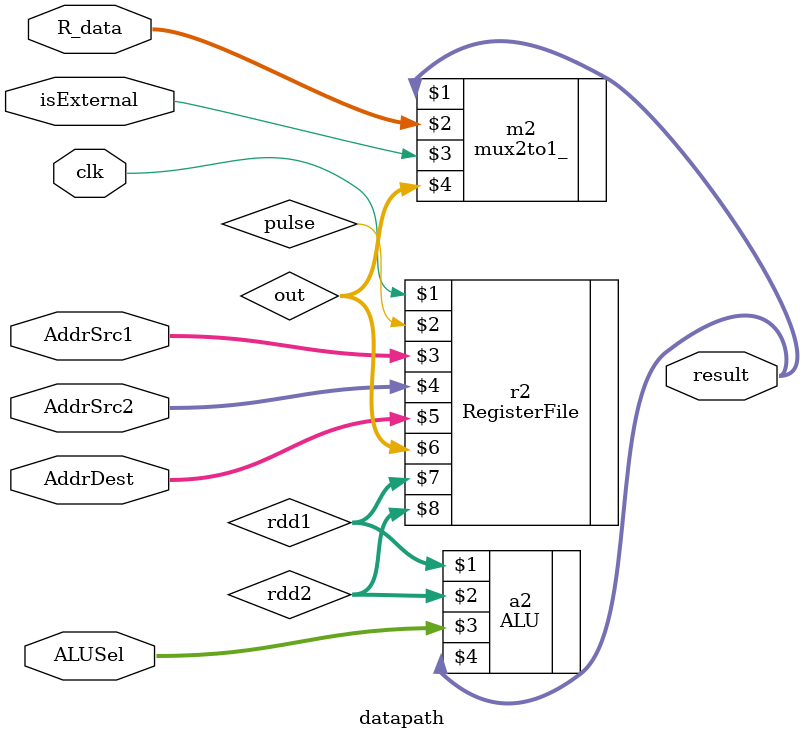
<source format=sv>
`timescale 1ns / 1ps
module datapath(input logic [3:0]R_data, 
        input logic isExternal, 
        input logic [2:0]AddrSrc1,
        input logic [2:0]AddrSrc2, 
        input logic [2:0]AddrDest, 
        //input logic pushButn, 
        input logic clk, 
        input logic[1:0]ALUSel,
        output logic [3:0] result
        //output logic [6:0] seg, logic dp,
        //output [3:0] an
        );
    
    logic [3:0] out;
    logic [3:0] rdd1;
    logic [3:0] rdd2;
 //   logic  pulse;
//    logic [3:0]result;

    //assign pulseout = pulse;
    
 //debouncer d1(clk, pushButn, pulse);
 mux2to1_ m2(result, R_data, isExternal, out);
 RegisterFile r2(clk, pulse, AddrSrc1, AddrSrc2, AddrDest, out, rdd1, rdd2);
 ALU a2(rdd1, rdd2, ALUSel, result);
 //SevenSegmentDisplay s2(clk, rdd1, rdd2, 17, result, seg, dp, an );
 //assign Rf_data = result;
endmodule
</source>
